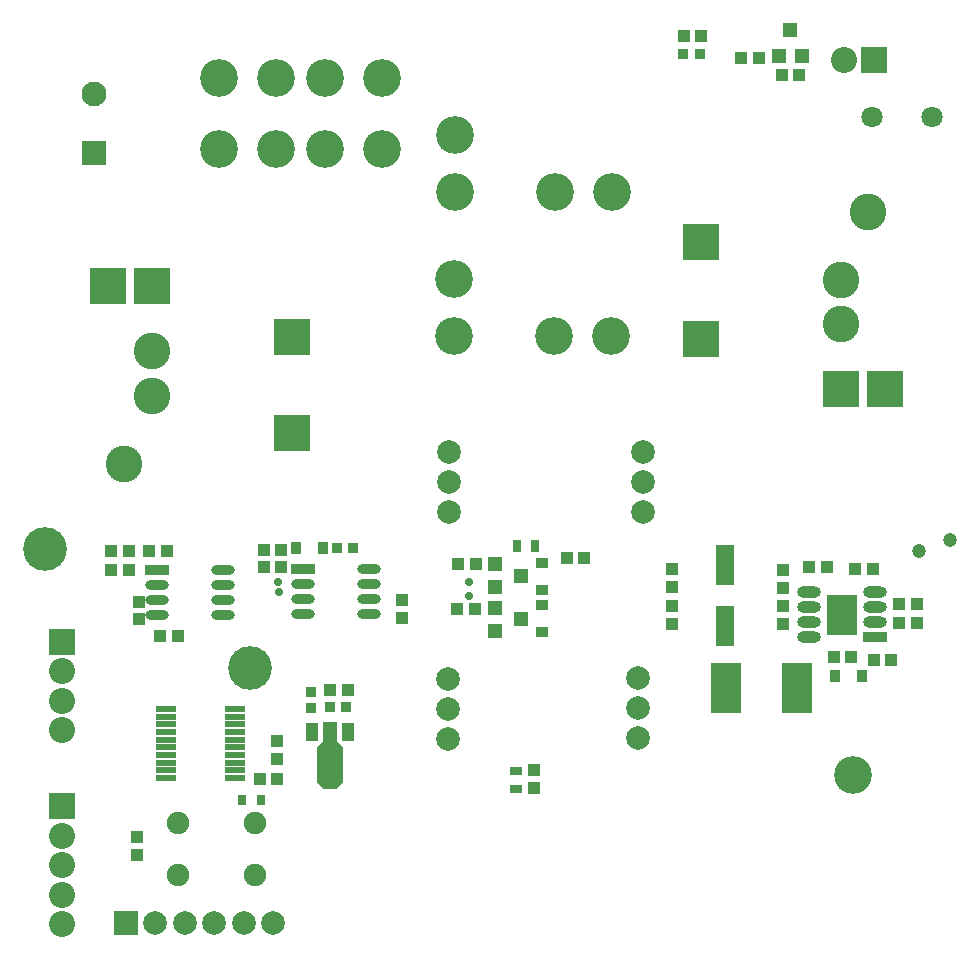
<source format=gts>
G04*
G04 #@! TF.GenerationSoftware,Altium Limited,Altium Designer,20.1.14 (287)*
G04*
G04 Layer_Color=8388736*
%FSLAX25Y25*%
%MOIN*%
G70*
G04*
G04 #@! TF.SameCoordinates,7663C7E1-D25E-47D6-87D1-FA2199C3474E*
G04*
G04*
G04 #@! TF.FilePolarity,Negative*
G04*
G01*
G75*
G04:AMPARAMS|DCode=47|XSize=86.74mil|YSize=157.61mil|CornerRadius=0mil|HoleSize=0mil|Usage=FLASHONLY|Rotation=180.000|XOffset=0mil|YOffset=0mil|HoleType=Round|Shape=Octagon|*
%AMOCTAGOND47*
4,1,8,0.02169,-0.07880,-0.02169,-0.07880,-0.04337,-0.05712,-0.04337,0.05712,-0.02169,0.07880,0.02169,0.07880,0.04337,0.05712,0.04337,-0.05712,0.02169,-0.07880,0.0*
%
%ADD47OCTAGOND47*%

%ADD48R,0.07099X0.02375*%
%ADD49R,0.10052X0.16548*%
%ADD50R,0.03937X0.03937*%
%ADD51R,0.03556X0.04147*%
%ADD52R,0.07887X0.03753*%
%ADD53O,0.07887X0.03753*%
%ADD54R,0.09855X0.13595*%
%ADD55R,0.03937X0.03937*%
%ADD56R,0.06299X0.13780*%
%ADD57R,0.03950X0.03162*%
%ADD58R,0.04737X0.04737*%
%ADD59R,0.04147X0.03556*%
%ADD60R,0.03950X0.06312*%
%ADD61R,0.04737X0.08099*%
%ADD62R,0.03800X0.03800*%
%ADD63R,0.03800X0.03800*%
%ADD64R,0.07887X0.03359*%
%ADD65O,0.07887X0.03359*%
%ADD66R,0.02598X0.03386*%
%ADD67R,0.03162X0.03950*%
%ADD68R,0.04737X0.04737*%
%ADD69C,0.12611*%
%ADD70C,0.07480*%
%ADD71C,0.07887*%
%ADD72C,0.08674*%
%ADD73R,0.08674X0.08674*%
%ADD74R,0.07887X0.07887*%
%ADD75C,0.07099*%
%ADD76R,0.08674X0.08674*%
%ADD77C,0.12205*%
%ADD78R,0.12205X0.12205*%
%ADD79R,0.08268X0.08268*%
%ADD80C,0.08268*%
%ADD81C,0.02769*%
%ADD82C,0.04737*%
%ADD83C,0.14580*%
D47*
X105118Y65748D02*
D03*
D48*
X73425Y84350D02*
D03*
Y61319D02*
D03*
Y68996D02*
D03*
Y81791D02*
D03*
Y79232D02*
D03*
Y76673D02*
D03*
Y74114D02*
D03*
Y71555D02*
D03*
Y66437D02*
D03*
Y63878D02*
D03*
X50591Y84350D02*
D03*
Y81791D02*
D03*
Y79232D02*
D03*
Y76673D02*
D03*
Y66437D02*
D03*
Y61319D02*
D03*
Y63878D02*
D03*
Y68996D02*
D03*
Y71555D02*
D03*
Y74114D02*
D03*
D49*
X237008Y91339D02*
D03*
X260827D02*
D03*
D50*
X300787Y119291D02*
D03*
X294882D02*
D03*
X300787Y112992D02*
D03*
X294882D02*
D03*
X292323Y100787D02*
D03*
X286417D02*
D03*
X286221Y131102D02*
D03*
X280315D02*
D03*
X273031Y101575D02*
D03*
X278937D02*
D03*
X264961Y131496D02*
D03*
X270866D02*
D03*
X153543Y117717D02*
D03*
X147638D02*
D03*
X153740Y132677D02*
D03*
X147835D02*
D03*
X111221Y90551D02*
D03*
X105315D02*
D03*
X44882Y137008D02*
D03*
X50787D02*
D03*
X38189D02*
D03*
X32283D02*
D03*
Y130709D02*
D03*
X38189D02*
D03*
X54331Y108661D02*
D03*
X48425D02*
D03*
X87598Y61024D02*
D03*
X81693D02*
D03*
X184055Y134646D02*
D03*
X189961D02*
D03*
X248228Y301181D02*
D03*
X242323D02*
D03*
X261614Y295669D02*
D03*
X255709D02*
D03*
X223031Y308661D02*
D03*
X228937D02*
D03*
D51*
X273425Y95276D02*
D03*
X282480D02*
D03*
X102953Y137992D02*
D03*
X93898D02*
D03*
D52*
X286811Y108248D02*
D03*
D53*
Y113248D02*
D03*
Y118248D02*
D03*
Y123248D02*
D03*
X264764Y108248D02*
D03*
Y113248D02*
D03*
Y118248D02*
D03*
Y123248D02*
D03*
D54*
X275787Y115748D02*
D03*
D55*
X256102Y118701D02*
D03*
Y112795D02*
D03*
Y124606D02*
D03*
Y130512D02*
D03*
X219094Y112795D02*
D03*
Y118701D02*
D03*
Y125000D02*
D03*
Y130905D02*
D03*
X173228Y58071D02*
D03*
Y63976D02*
D03*
X88976Y137402D02*
D03*
Y131496D02*
D03*
X83071Y137402D02*
D03*
Y131496D02*
D03*
X41339Y114173D02*
D03*
Y120079D02*
D03*
X87598Y73622D02*
D03*
Y67716D02*
D03*
X40945Y35630D02*
D03*
Y41535D02*
D03*
X129134Y120669D02*
D03*
Y114764D02*
D03*
D56*
X236811Y132283D02*
D03*
Y111811D02*
D03*
D57*
X167323Y63583D02*
D03*
Y57677D02*
D03*
D58*
X160236Y125000D02*
D03*
X168898Y128740D02*
D03*
X160236Y132480D02*
D03*
Y117913D02*
D03*
X168898Y114173D02*
D03*
X160236Y110433D02*
D03*
D59*
X175984Y119095D02*
D03*
Y110039D02*
D03*
Y123819D02*
D03*
Y132874D02*
D03*
D60*
X111024Y76772D02*
D03*
X99213D02*
D03*
D61*
X105118Y75878D02*
D03*
D62*
X105124Y85046D02*
D03*
X110574Y85039D02*
D03*
X112936Y137992D02*
D03*
X107486Y137998D02*
D03*
X222890Y302756D02*
D03*
X228341Y302749D02*
D03*
D63*
X98813Y84652D02*
D03*
X98819Y90102D02*
D03*
D64*
X96063Y130925D02*
D03*
X47441Y130728D02*
D03*
D65*
X96063Y125925D02*
D03*
Y120925D02*
D03*
Y115925D02*
D03*
X118110Y130925D02*
D03*
Y125925D02*
D03*
Y120925D02*
D03*
Y115925D02*
D03*
X69488Y115728D02*
D03*
Y120728D02*
D03*
Y125728D02*
D03*
Y130728D02*
D03*
X47441Y115728D02*
D03*
Y120728D02*
D03*
Y125728D02*
D03*
D66*
X75787Y53937D02*
D03*
X82087D02*
D03*
D67*
X173425Y138583D02*
D03*
X167520D02*
D03*
D68*
X262402Y301969D02*
D03*
X258662Y310630D02*
D03*
X254921Y301969D02*
D03*
D69*
X198819Y208661D02*
D03*
X179921D02*
D03*
X146457Y227559D02*
D03*
Y208661D02*
D03*
X279528Y62205D02*
D03*
X199213Y256693D02*
D03*
X180315D02*
D03*
X146850Y275590D02*
D03*
Y256693D02*
D03*
X103543Y270866D02*
D03*
X122441D02*
D03*
Y294488D02*
D03*
X103543D02*
D03*
X68110Y270866D02*
D03*
X87008D02*
D03*
Y294488D02*
D03*
X68110D02*
D03*
D70*
X54527Y29134D02*
D03*
Y46457D02*
D03*
X80118D02*
D03*
Y29134D02*
D03*
D71*
X209525Y149950D02*
D03*
Y159989D02*
D03*
Y170028D02*
D03*
X207874Y74606D02*
D03*
Y84646D02*
D03*
Y94685D02*
D03*
X144488Y74213D02*
D03*
Y84252D02*
D03*
Y94291D02*
D03*
X86221Y12992D02*
D03*
X46850D02*
D03*
X56693D02*
D03*
X66535D02*
D03*
X76378D02*
D03*
X144882Y150000D02*
D03*
Y160039D02*
D03*
Y170079D02*
D03*
D72*
X15748Y77165D02*
D03*
Y87008D02*
D03*
Y96850D02*
D03*
Y12598D02*
D03*
Y42126D02*
D03*
Y32283D02*
D03*
Y22441D02*
D03*
X276575Y300787D02*
D03*
D73*
X15748Y106693D02*
D03*
Y51968D02*
D03*
D74*
X37008Y12992D02*
D03*
D75*
X305827Y281496D02*
D03*
X285827D02*
D03*
D76*
X286417Y300787D02*
D03*
D77*
X275492Y227362D02*
D03*
X284646Y250098D02*
D03*
X275492Y212598D02*
D03*
X45768Y203543D02*
D03*
X36614Y166043D02*
D03*
X45768Y188779D02*
D03*
D78*
X290158Y190847D02*
D03*
X275492D02*
D03*
X228740Y207677D02*
D03*
Y239862D02*
D03*
X92520Y176279D02*
D03*
Y208465D02*
D03*
X45768Y225295D02*
D03*
X31102D02*
D03*
D79*
X26516Y269642D02*
D03*
D80*
Y289327D02*
D03*
D81*
X87795Y126772D02*
D03*
X88189Y123228D02*
D03*
X151575Y126772D02*
D03*
Y122047D02*
D03*
D82*
X311811Y140551D02*
D03*
X301575Y137008D02*
D03*
D83*
X78347Y98032D02*
D03*
X10236Y137795D02*
D03*
M02*

</source>
